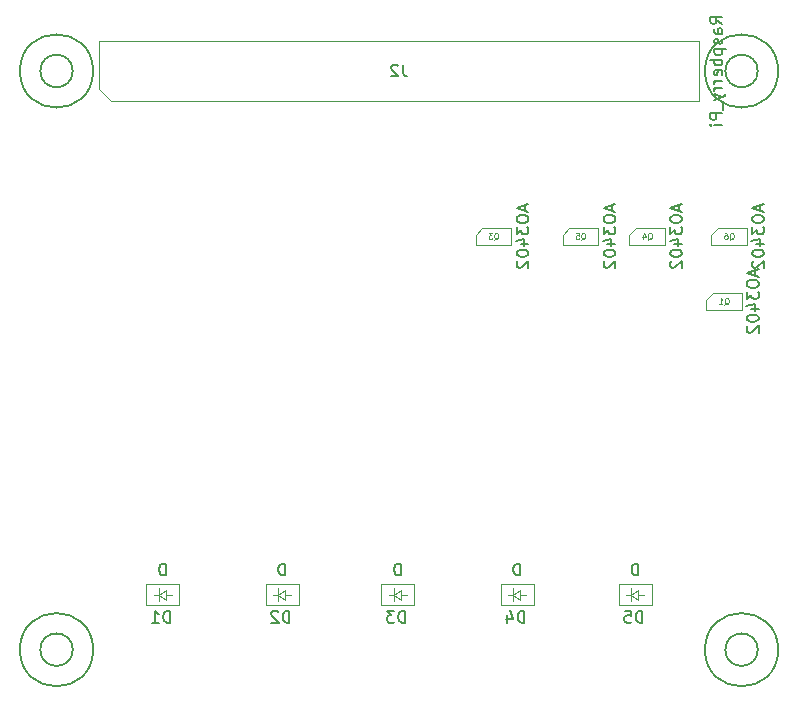
<source format=gbr>
%TF.GenerationSoftware,KiCad,Pcbnew,(5.1.9)-1*%
%TF.CreationDate,2021-03-07T19:12:45-05:00*%
%TF.ProjectId,bigp4ppa,62696770-3470-4706-912e-6b696361645f,rev?*%
%TF.SameCoordinates,Original*%
%TF.FileFunction,Other,Fab,Bot*%
%FSLAX46Y46*%
G04 Gerber Fmt 4.6, Leading zero omitted, Abs format (unit mm)*
G04 Created by KiCad (PCBNEW (5.1.9)-1) date 2021-03-07 19:12:45*
%MOMM*%
%LPD*%
G01*
G04 APERTURE LIST*
%ADD10C,0.100000*%
%ADD11C,0.150000*%
%ADD12C,0.075000*%
G04 APERTURE END LIST*
D10*
%TO.C,Q6*%
X132457000Y-61800000D02*
X132457000Y-63200000D01*
X129417000Y-63200000D02*
X132457000Y-63200000D01*
X129987000Y-61800000D02*
X129417000Y-62350000D01*
X129417000Y-62350000D02*
X129417000Y-63200000D01*
X129987000Y-61800000D02*
X132437000Y-61800000D01*
%TO.C,J2*%
X128400000Y-45960000D02*
X77600000Y-45960000D01*
X128400000Y-51040000D02*
X128400000Y-45960000D01*
X78600000Y-51040000D02*
X128400000Y-51040000D01*
X77600000Y-50040000D02*
X78600000Y-51040000D01*
X77600000Y-45960000D02*
X77600000Y-50040000D01*
%TO.C,D5*%
X121600000Y-93750000D02*
X124400000Y-93750000D01*
X124400000Y-93750000D02*
X124400000Y-91950000D01*
X124400000Y-91950000D02*
X121600000Y-91950000D01*
X121600000Y-91950000D02*
X121600000Y-93750000D01*
X122250000Y-92850000D02*
X122650000Y-92850000D01*
X122650000Y-92850000D02*
X122650000Y-93400000D01*
X122650000Y-92850000D02*
X122650000Y-92300000D01*
X122650000Y-92850000D02*
X123250000Y-93250000D01*
X123250000Y-93250000D02*
X123250000Y-92450000D01*
X123250000Y-92450000D02*
X122650000Y-92850000D01*
X123250000Y-92850000D02*
X123750000Y-92850000D01*
%TO.C,D4*%
X111600000Y-93750000D02*
X114400000Y-93750000D01*
X114400000Y-93750000D02*
X114400000Y-91950000D01*
X114400000Y-91950000D02*
X111600000Y-91950000D01*
X111600000Y-91950000D02*
X111600000Y-93750000D01*
X112250000Y-92850000D02*
X112650000Y-92850000D01*
X112650000Y-92850000D02*
X112650000Y-93400000D01*
X112650000Y-92850000D02*
X112650000Y-92300000D01*
X112650000Y-92850000D02*
X113250000Y-93250000D01*
X113250000Y-93250000D02*
X113250000Y-92450000D01*
X113250000Y-92450000D02*
X112650000Y-92850000D01*
X113250000Y-92850000D02*
X113750000Y-92850000D01*
%TO.C,D3*%
X101500000Y-93750000D02*
X104300000Y-93750000D01*
X104300000Y-93750000D02*
X104300000Y-91950000D01*
X104300000Y-91950000D02*
X101500000Y-91950000D01*
X101500000Y-91950000D02*
X101500000Y-93750000D01*
X102150000Y-92850000D02*
X102550000Y-92850000D01*
X102550000Y-92850000D02*
X102550000Y-93400000D01*
X102550000Y-92850000D02*
X102550000Y-92300000D01*
X102550000Y-92850000D02*
X103150000Y-93250000D01*
X103150000Y-93250000D02*
X103150000Y-92450000D01*
X103150000Y-92450000D02*
X102550000Y-92850000D01*
X103150000Y-92850000D02*
X103650000Y-92850000D01*
%TO.C,D2*%
X91700000Y-93750000D02*
X94500000Y-93750000D01*
X94500000Y-93750000D02*
X94500000Y-91950000D01*
X94500000Y-91950000D02*
X91700000Y-91950000D01*
X91700000Y-91950000D02*
X91700000Y-93750000D01*
X92350000Y-92850000D02*
X92750000Y-92850000D01*
X92750000Y-92850000D02*
X92750000Y-93400000D01*
X92750000Y-92850000D02*
X92750000Y-92300000D01*
X92750000Y-92850000D02*
X93350000Y-93250000D01*
X93350000Y-93250000D02*
X93350000Y-92450000D01*
X93350000Y-92450000D02*
X92750000Y-92850000D01*
X93350000Y-92850000D02*
X93850000Y-92850000D01*
%TO.C,D1*%
X81600000Y-93750000D02*
X84400000Y-93750000D01*
X84400000Y-93750000D02*
X84400000Y-91950000D01*
X84400000Y-91950000D02*
X81600000Y-91950000D01*
X81600000Y-91950000D02*
X81600000Y-93750000D01*
X82250000Y-92850000D02*
X82650000Y-92850000D01*
X82650000Y-92850000D02*
X82650000Y-93400000D01*
X82650000Y-92850000D02*
X82650000Y-92300000D01*
X82650000Y-92850000D02*
X83250000Y-93250000D01*
X83250000Y-93250000D02*
X83250000Y-92450000D01*
X83250000Y-92450000D02*
X82650000Y-92850000D01*
X83250000Y-92850000D02*
X83750000Y-92850000D01*
%TO.C,Q1*%
X129550000Y-67300000D02*
X132000000Y-67300000D01*
X128980000Y-67850000D02*
X128980000Y-68700000D01*
X129550000Y-67300000D02*
X128980000Y-67850000D01*
X128980000Y-68700000D02*
X132020000Y-68700000D01*
X132020000Y-67300000D02*
X132020000Y-68700000D01*
%TO.C,Q5*%
X119884000Y-61800000D02*
X119884000Y-63200000D01*
X116844000Y-63200000D02*
X119884000Y-63200000D01*
X117414000Y-61800000D02*
X116844000Y-62350000D01*
X116844000Y-62350000D02*
X116844000Y-63200000D01*
X117414000Y-61800000D02*
X119864000Y-61800000D01*
%TO.C,Q4*%
X125520000Y-61800000D02*
X125520000Y-63200000D01*
X122480000Y-63200000D02*
X125520000Y-63200000D01*
X123050000Y-61800000D02*
X122480000Y-62350000D01*
X122480000Y-62350000D02*
X122480000Y-63200000D01*
X123050000Y-61800000D02*
X125500000Y-61800000D01*
%TO.C,Q3*%
X112520000Y-61800000D02*
X112520000Y-63200000D01*
X109480000Y-63200000D02*
X112520000Y-63200000D01*
X110050000Y-61800000D02*
X109480000Y-62350000D01*
X109480000Y-62350000D02*
X109480000Y-63200000D01*
X110050000Y-61800000D02*
X112500000Y-61800000D01*
D11*
%TO.C,*%
X133375000Y-48500000D02*
G75*
G03*
X133375000Y-48500000I-1375000J0D01*
G01*
X135100000Y-48500000D02*
G75*
G03*
X135100000Y-48500000I-3100000J0D01*
G01*
X133375000Y-97500000D02*
G75*
G03*
X133375000Y-97500000I-1375000J0D01*
G01*
X135100000Y-97500000D02*
G75*
G03*
X135100000Y-97500000I-3100000J0D01*
G01*
X75375000Y-97500000D02*
G75*
G03*
X75375000Y-97500000I-1375000J0D01*
G01*
X77100000Y-97500000D02*
G75*
G03*
X77100000Y-97500000I-3100000J0D01*
G01*
X75375000Y-48500000D02*
G75*
G03*
X75375000Y-48500000I-1375000J0D01*
G01*
X77100000Y-48500000D02*
G75*
G03*
X77100000Y-48500000I-3100000J0D01*
G01*
%TD*%
%TO.C,Q6*%
X133603666Y-59833333D02*
X133603666Y-60309523D01*
X133889380Y-59738095D02*
X132889380Y-60071428D01*
X133889380Y-60404761D01*
X132889380Y-60928571D02*
X132889380Y-61119047D01*
X132937000Y-61214285D01*
X133032238Y-61309523D01*
X133222714Y-61357142D01*
X133556047Y-61357142D01*
X133746523Y-61309523D01*
X133841761Y-61214285D01*
X133889380Y-61119047D01*
X133889380Y-60928571D01*
X133841761Y-60833333D01*
X133746523Y-60738095D01*
X133556047Y-60690476D01*
X133222714Y-60690476D01*
X133032238Y-60738095D01*
X132937000Y-60833333D01*
X132889380Y-60928571D01*
X132889380Y-61690476D02*
X132889380Y-62309523D01*
X133270333Y-61976190D01*
X133270333Y-62119047D01*
X133317952Y-62214285D01*
X133365571Y-62261904D01*
X133460809Y-62309523D01*
X133698904Y-62309523D01*
X133794142Y-62261904D01*
X133841761Y-62214285D01*
X133889380Y-62119047D01*
X133889380Y-61833333D01*
X133841761Y-61738095D01*
X133794142Y-61690476D01*
X133222714Y-63166666D02*
X133889380Y-63166666D01*
X132841761Y-62928571D02*
X133556047Y-62690476D01*
X133556047Y-63309523D01*
X132889380Y-63880952D02*
X132889380Y-63976190D01*
X132937000Y-64071428D01*
X132984619Y-64119047D01*
X133079857Y-64166666D01*
X133270333Y-64214285D01*
X133508428Y-64214285D01*
X133698904Y-64166666D01*
X133794142Y-64119047D01*
X133841761Y-64071428D01*
X133889380Y-63976190D01*
X133889380Y-63880952D01*
X133841761Y-63785714D01*
X133794142Y-63738095D01*
X133698904Y-63690476D01*
X133508428Y-63642857D01*
X133270333Y-63642857D01*
X133079857Y-63690476D01*
X132984619Y-63738095D01*
X132937000Y-63785714D01*
X132889380Y-63880952D01*
X132984619Y-64595238D02*
X132937000Y-64642857D01*
X132889380Y-64738095D01*
X132889380Y-64976190D01*
X132937000Y-65071428D01*
X132984619Y-65119047D01*
X133079857Y-65166666D01*
X133175095Y-65166666D01*
X133317952Y-65119047D01*
X133889380Y-64547619D01*
X133889380Y-65166666D01*
D12*
X130984619Y-62773809D02*
X131032238Y-62750000D01*
X131079857Y-62702380D01*
X131151285Y-62630952D01*
X131198904Y-62607142D01*
X131246523Y-62607142D01*
X131222714Y-62726190D02*
X131270333Y-62702380D01*
X131317952Y-62654761D01*
X131341761Y-62559523D01*
X131341761Y-62392857D01*
X131317952Y-62297619D01*
X131270333Y-62250000D01*
X131222714Y-62226190D01*
X131127476Y-62226190D01*
X131079857Y-62250000D01*
X131032238Y-62297619D01*
X131008428Y-62392857D01*
X131008428Y-62559523D01*
X131032238Y-62654761D01*
X131079857Y-62702380D01*
X131127476Y-62726190D01*
X131222714Y-62726190D01*
X130579857Y-62226190D02*
X130675095Y-62226190D01*
X130722714Y-62250000D01*
X130746523Y-62273809D01*
X130794142Y-62345238D01*
X130817952Y-62440476D01*
X130817952Y-62630952D01*
X130794142Y-62678571D01*
X130770333Y-62702380D01*
X130722714Y-62726190D01*
X130627476Y-62726190D01*
X130579857Y-62702380D01*
X130556047Y-62678571D01*
X130532238Y-62630952D01*
X130532238Y-62511904D01*
X130556047Y-62464285D01*
X130579857Y-62440476D01*
X130627476Y-62416666D01*
X130722714Y-62416666D01*
X130770333Y-62440476D01*
X130794142Y-62464285D01*
X130817952Y-62511904D01*
%TO.C,J2*%
D11*
X130352380Y-44500000D02*
X129876190Y-44166666D01*
X130352380Y-43928571D02*
X129352380Y-43928571D01*
X129352380Y-44309523D01*
X129400000Y-44404761D01*
X129447619Y-44452380D01*
X129542857Y-44500000D01*
X129685714Y-44500000D01*
X129780952Y-44452380D01*
X129828571Y-44404761D01*
X129876190Y-44309523D01*
X129876190Y-43928571D01*
X130352380Y-45357142D02*
X129828571Y-45357142D01*
X129733333Y-45309523D01*
X129685714Y-45214285D01*
X129685714Y-45023809D01*
X129733333Y-44928571D01*
X130304761Y-45357142D02*
X130352380Y-45261904D01*
X130352380Y-45023809D01*
X130304761Y-44928571D01*
X130209523Y-44880952D01*
X130114285Y-44880952D01*
X130019047Y-44928571D01*
X129971428Y-45023809D01*
X129971428Y-45261904D01*
X129923809Y-45357142D01*
X130304761Y-45785714D02*
X130352380Y-45880952D01*
X130352380Y-46071428D01*
X130304761Y-46166666D01*
X130209523Y-46214285D01*
X130161904Y-46214285D01*
X130066666Y-46166666D01*
X130019047Y-46071428D01*
X130019047Y-45928571D01*
X129971428Y-45833333D01*
X129876190Y-45785714D01*
X129828571Y-45785714D01*
X129733333Y-45833333D01*
X129685714Y-45928571D01*
X129685714Y-46071428D01*
X129733333Y-46166666D01*
X129685714Y-46642857D02*
X130685714Y-46642857D01*
X129733333Y-46642857D02*
X129685714Y-46738095D01*
X129685714Y-46928571D01*
X129733333Y-47023809D01*
X129780952Y-47071428D01*
X129876190Y-47119047D01*
X130161904Y-47119047D01*
X130257142Y-47071428D01*
X130304761Y-47023809D01*
X130352380Y-46928571D01*
X130352380Y-46738095D01*
X130304761Y-46642857D01*
X130352380Y-47547619D02*
X129352380Y-47547619D01*
X129733333Y-47547619D02*
X129685714Y-47642857D01*
X129685714Y-47833333D01*
X129733333Y-47928571D01*
X129780952Y-47976190D01*
X129876190Y-48023809D01*
X130161904Y-48023809D01*
X130257142Y-47976190D01*
X130304761Y-47928571D01*
X130352380Y-47833333D01*
X130352380Y-47642857D01*
X130304761Y-47547619D01*
X130304761Y-48833333D02*
X130352380Y-48738095D01*
X130352380Y-48547619D01*
X130304761Y-48452380D01*
X130209523Y-48404761D01*
X129828571Y-48404761D01*
X129733333Y-48452380D01*
X129685714Y-48547619D01*
X129685714Y-48738095D01*
X129733333Y-48833333D01*
X129828571Y-48880952D01*
X129923809Y-48880952D01*
X130019047Y-48404761D01*
X130352380Y-49309523D02*
X129685714Y-49309523D01*
X129876190Y-49309523D02*
X129780952Y-49357142D01*
X129733333Y-49404761D01*
X129685714Y-49500000D01*
X129685714Y-49595238D01*
X130352380Y-49928571D02*
X129685714Y-49928571D01*
X129876190Y-49928571D02*
X129780952Y-49976190D01*
X129733333Y-50023809D01*
X129685714Y-50119047D01*
X129685714Y-50214285D01*
X129685714Y-50452380D02*
X130352380Y-50690476D01*
X129685714Y-50928571D02*
X130352380Y-50690476D01*
X130590476Y-50595238D01*
X130638095Y-50547619D01*
X130685714Y-50452380D01*
X130447619Y-51071428D02*
X130447619Y-51833333D01*
X130352380Y-52071428D02*
X129352380Y-52071428D01*
X129352380Y-52452380D01*
X129400000Y-52547619D01*
X129447619Y-52595238D01*
X129542857Y-52642857D01*
X129685714Y-52642857D01*
X129780952Y-52595238D01*
X129828571Y-52547619D01*
X129876190Y-52452380D01*
X129876190Y-52071428D01*
X130352380Y-53071428D02*
X129685714Y-53071428D01*
X129352380Y-53071428D02*
X129400000Y-53023809D01*
X129447619Y-53071428D01*
X129400000Y-53119047D01*
X129352380Y-53071428D01*
X129447619Y-53071428D01*
X103333333Y-47952380D02*
X103333333Y-48666666D01*
X103380952Y-48809523D01*
X103476190Y-48904761D01*
X103619047Y-48952380D01*
X103714285Y-48952380D01*
X102904761Y-48047619D02*
X102857142Y-48000000D01*
X102761904Y-47952380D01*
X102523809Y-47952380D01*
X102428571Y-48000000D01*
X102380952Y-48047619D01*
X102333333Y-48142857D01*
X102333333Y-48238095D01*
X102380952Y-48380952D01*
X102952380Y-48952380D01*
X102333333Y-48952380D01*
%TO.C,D5*%
X123261904Y-91202380D02*
X123261904Y-90202380D01*
X123023809Y-90202380D01*
X122880952Y-90250000D01*
X122785714Y-90345238D01*
X122738095Y-90440476D01*
X122690476Y-90630952D01*
X122690476Y-90773809D01*
X122738095Y-90964285D01*
X122785714Y-91059523D01*
X122880952Y-91154761D01*
X123023809Y-91202380D01*
X123261904Y-91202380D01*
X123611095Y-95207380D02*
X123611095Y-94207380D01*
X123373000Y-94207380D01*
X123230142Y-94255000D01*
X123134904Y-94350238D01*
X123087285Y-94445476D01*
X123039666Y-94635952D01*
X123039666Y-94778809D01*
X123087285Y-94969285D01*
X123134904Y-95064523D01*
X123230142Y-95159761D01*
X123373000Y-95207380D01*
X123611095Y-95207380D01*
X122134904Y-94207380D02*
X122611095Y-94207380D01*
X122658714Y-94683571D01*
X122611095Y-94635952D01*
X122515857Y-94588333D01*
X122277761Y-94588333D01*
X122182523Y-94635952D01*
X122134904Y-94683571D01*
X122087285Y-94778809D01*
X122087285Y-95016904D01*
X122134904Y-95112142D01*
X122182523Y-95159761D01*
X122277761Y-95207380D01*
X122515857Y-95207380D01*
X122611095Y-95159761D01*
X122658714Y-95112142D01*
%TO.C,D4*%
X113261904Y-91202380D02*
X113261904Y-90202380D01*
X113023809Y-90202380D01*
X112880952Y-90250000D01*
X112785714Y-90345238D01*
X112738095Y-90440476D01*
X112690476Y-90630952D01*
X112690476Y-90773809D01*
X112738095Y-90964285D01*
X112785714Y-91059523D01*
X112880952Y-91154761D01*
X113023809Y-91202380D01*
X113261904Y-91202380D01*
X113611095Y-95207380D02*
X113611095Y-94207380D01*
X113373000Y-94207380D01*
X113230142Y-94255000D01*
X113134904Y-94350238D01*
X113087285Y-94445476D01*
X113039666Y-94635952D01*
X113039666Y-94778809D01*
X113087285Y-94969285D01*
X113134904Y-95064523D01*
X113230142Y-95159761D01*
X113373000Y-95207380D01*
X113611095Y-95207380D01*
X112182523Y-94540714D02*
X112182523Y-95207380D01*
X112420619Y-94159761D02*
X112658714Y-94874047D01*
X112039666Y-94874047D01*
%TO.C,D3*%
X103161904Y-91202380D02*
X103161904Y-90202380D01*
X102923809Y-90202380D01*
X102780952Y-90250000D01*
X102685714Y-90345238D01*
X102638095Y-90440476D01*
X102590476Y-90630952D01*
X102590476Y-90773809D01*
X102638095Y-90964285D01*
X102685714Y-91059523D01*
X102780952Y-91154761D01*
X102923809Y-91202380D01*
X103161904Y-91202380D01*
X103511095Y-95207380D02*
X103511095Y-94207380D01*
X103273000Y-94207380D01*
X103130142Y-94255000D01*
X103034904Y-94350238D01*
X102987285Y-94445476D01*
X102939666Y-94635952D01*
X102939666Y-94778809D01*
X102987285Y-94969285D01*
X103034904Y-95064523D01*
X103130142Y-95159761D01*
X103273000Y-95207380D01*
X103511095Y-95207380D01*
X102606333Y-94207380D02*
X101987285Y-94207380D01*
X102320619Y-94588333D01*
X102177761Y-94588333D01*
X102082523Y-94635952D01*
X102034904Y-94683571D01*
X101987285Y-94778809D01*
X101987285Y-95016904D01*
X102034904Y-95112142D01*
X102082523Y-95159761D01*
X102177761Y-95207380D01*
X102463476Y-95207380D01*
X102558714Y-95159761D01*
X102606333Y-95112142D01*
%TO.C,D2*%
X93361904Y-91202380D02*
X93361904Y-90202380D01*
X93123809Y-90202380D01*
X92980952Y-90250000D01*
X92885714Y-90345238D01*
X92838095Y-90440476D01*
X92790476Y-90630952D01*
X92790476Y-90773809D01*
X92838095Y-90964285D01*
X92885714Y-91059523D01*
X92980952Y-91154761D01*
X93123809Y-91202380D01*
X93361904Y-91202380D01*
X93711095Y-95207380D02*
X93711095Y-94207380D01*
X93473000Y-94207380D01*
X93330142Y-94255000D01*
X93234904Y-94350238D01*
X93187285Y-94445476D01*
X93139666Y-94635952D01*
X93139666Y-94778809D01*
X93187285Y-94969285D01*
X93234904Y-95064523D01*
X93330142Y-95159761D01*
X93473000Y-95207380D01*
X93711095Y-95207380D01*
X92758714Y-94302619D02*
X92711095Y-94255000D01*
X92615857Y-94207380D01*
X92377761Y-94207380D01*
X92282523Y-94255000D01*
X92234904Y-94302619D01*
X92187285Y-94397857D01*
X92187285Y-94493095D01*
X92234904Y-94635952D01*
X92806333Y-95207380D01*
X92187285Y-95207380D01*
%TO.C,D1*%
X83261904Y-91202380D02*
X83261904Y-90202380D01*
X83023809Y-90202380D01*
X82880952Y-90250000D01*
X82785714Y-90345238D01*
X82738095Y-90440476D01*
X82690476Y-90630952D01*
X82690476Y-90773809D01*
X82738095Y-90964285D01*
X82785714Y-91059523D01*
X82880952Y-91154761D01*
X83023809Y-91202380D01*
X83261904Y-91202380D01*
X83611095Y-95207380D02*
X83611095Y-94207380D01*
X83373000Y-94207380D01*
X83230142Y-94255000D01*
X83134904Y-94350238D01*
X83087285Y-94445476D01*
X83039666Y-94635952D01*
X83039666Y-94778809D01*
X83087285Y-94969285D01*
X83134904Y-95064523D01*
X83230142Y-95159761D01*
X83373000Y-95207380D01*
X83611095Y-95207380D01*
X82087285Y-95207380D02*
X82658714Y-95207380D01*
X82373000Y-95207380D02*
X82373000Y-94207380D01*
X82468238Y-94350238D01*
X82563476Y-94445476D01*
X82658714Y-94493095D01*
%TO.C,Q1*%
X133166666Y-65333333D02*
X133166666Y-65809523D01*
X133452380Y-65238095D02*
X132452380Y-65571428D01*
X133452380Y-65904761D01*
X132452380Y-66428571D02*
X132452380Y-66619047D01*
X132500000Y-66714285D01*
X132595238Y-66809523D01*
X132785714Y-66857142D01*
X133119047Y-66857142D01*
X133309523Y-66809523D01*
X133404761Y-66714285D01*
X133452380Y-66619047D01*
X133452380Y-66428571D01*
X133404761Y-66333333D01*
X133309523Y-66238095D01*
X133119047Y-66190476D01*
X132785714Y-66190476D01*
X132595238Y-66238095D01*
X132500000Y-66333333D01*
X132452380Y-66428571D01*
X132452380Y-67190476D02*
X132452380Y-67809523D01*
X132833333Y-67476190D01*
X132833333Y-67619047D01*
X132880952Y-67714285D01*
X132928571Y-67761904D01*
X133023809Y-67809523D01*
X133261904Y-67809523D01*
X133357142Y-67761904D01*
X133404761Y-67714285D01*
X133452380Y-67619047D01*
X133452380Y-67333333D01*
X133404761Y-67238095D01*
X133357142Y-67190476D01*
X132785714Y-68666666D02*
X133452380Y-68666666D01*
X132404761Y-68428571D02*
X133119047Y-68190476D01*
X133119047Y-68809523D01*
X132452380Y-69380952D02*
X132452380Y-69476190D01*
X132500000Y-69571428D01*
X132547619Y-69619047D01*
X132642857Y-69666666D01*
X132833333Y-69714285D01*
X133071428Y-69714285D01*
X133261904Y-69666666D01*
X133357142Y-69619047D01*
X133404761Y-69571428D01*
X133452380Y-69476190D01*
X133452380Y-69380952D01*
X133404761Y-69285714D01*
X133357142Y-69238095D01*
X133261904Y-69190476D01*
X133071428Y-69142857D01*
X132833333Y-69142857D01*
X132642857Y-69190476D01*
X132547619Y-69238095D01*
X132500000Y-69285714D01*
X132452380Y-69380952D01*
X132547619Y-70095238D02*
X132500000Y-70142857D01*
X132452380Y-70238095D01*
X132452380Y-70476190D01*
X132500000Y-70571428D01*
X132547619Y-70619047D01*
X132642857Y-70666666D01*
X132738095Y-70666666D01*
X132880952Y-70619047D01*
X133452380Y-70047619D01*
X133452380Y-70666666D01*
D12*
X130547619Y-68273809D02*
X130595238Y-68250000D01*
X130642857Y-68202380D01*
X130714285Y-68130952D01*
X130761904Y-68107142D01*
X130809523Y-68107142D01*
X130785714Y-68226190D02*
X130833333Y-68202380D01*
X130880952Y-68154761D01*
X130904761Y-68059523D01*
X130904761Y-67892857D01*
X130880952Y-67797619D01*
X130833333Y-67750000D01*
X130785714Y-67726190D01*
X130690476Y-67726190D01*
X130642857Y-67750000D01*
X130595238Y-67797619D01*
X130571428Y-67892857D01*
X130571428Y-68059523D01*
X130595238Y-68154761D01*
X130642857Y-68202380D01*
X130690476Y-68226190D01*
X130785714Y-68226190D01*
X130095238Y-68226190D02*
X130380952Y-68226190D01*
X130238095Y-68226190D02*
X130238095Y-67726190D01*
X130285714Y-67797619D01*
X130333333Y-67845238D01*
X130380952Y-67869047D01*
%TO.C,Q5*%
D11*
X121030666Y-59833333D02*
X121030666Y-60309523D01*
X121316380Y-59738095D02*
X120316380Y-60071428D01*
X121316380Y-60404761D01*
X120316380Y-60928571D02*
X120316380Y-61119047D01*
X120364000Y-61214285D01*
X120459238Y-61309523D01*
X120649714Y-61357142D01*
X120983047Y-61357142D01*
X121173523Y-61309523D01*
X121268761Y-61214285D01*
X121316380Y-61119047D01*
X121316380Y-60928571D01*
X121268761Y-60833333D01*
X121173523Y-60738095D01*
X120983047Y-60690476D01*
X120649714Y-60690476D01*
X120459238Y-60738095D01*
X120364000Y-60833333D01*
X120316380Y-60928571D01*
X120316380Y-61690476D02*
X120316380Y-62309523D01*
X120697333Y-61976190D01*
X120697333Y-62119047D01*
X120744952Y-62214285D01*
X120792571Y-62261904D01*
X120887809Y-62309523D01*
X121125904Y-62309523D01*
X121221142Y-62261904D01*
X121268761Y-62214285D01*
X121316380Y-62119047D01*
X121316380Y-61833333D01*
X121268761Y-61738095D01*
X121221142Y-61690476D01*
X120649714Y-63166666D02*
X121316380Y-63166666D01*
X120268761Y-62928571D02*
X120983047Y-62690476D01*
X120983047Y-63309523D01*
X120316380Y-63880952D02*
X120316380Y-63976190D01*
X120364000Y-64071428D01*
X120411619Y-64119047D01*
X120506857Y-64166666D01*
X120697333Y-64214285D01*
X120935428Y-64214285D01*
X121125904Y-64166666D01*
X121221142Y-64119047D01*
X121268761Y-64071428D01*
X121316380Y-63976190D01*
X121316380Y-63880952D01*
X121268761Y-63785714D01*
X121221142Y-63738095D01*
X121125904Y-63690476D01*
X120935428Y-63642857D01*
X120697333Y-63642857D01*
X120506857Y-63690476D01*
X120411619Y-63738095D01*
X120364000Y-63785714D01*
X120316380Y-63880952D01*
X120411619Y-64595238D02*
X120364000Y-64642857D01*
X120316380Y-64738095D01*
X120316380Y-64976190D01*
X120364000Y-65071428D01*
X120411619Y-65119047D01*
X120506857Y-65166666D01*
X120602095Y-65166666D01*
X120744952Y-65119047D01*
X121316380Y-64547619D01*
X121316380Y-65166666D01*
D12*
X118411619Y-62773809D02*
X118459238Y-62750000D01*
X118506857Y-62702380D01*
X118578285Y-62630952D01*
X118625904Y-62607142D01*
X118673523Y-62607142D01*
X118649714Y-62726190D02*
X118697333Y-62702380D01*
X118744952Y-62654761D01*
X118768761Y-62559523D01*
X118768761Y-62392857D01*
X118744952Y-62297619D01*
X118697333Y-62250000D01*
X118649714Y-62226190D01*
X118554476Y-62226190D01*
X118506857Y-62250000D01*
X118459238Y-62297619D01*
X118435428Y-62392857D01*
X118435428Y-62559523D01*
X118459238Y-62654761D01*
X118506857Y-62702380D01*
X118554476Y-62726190D01*
X118649714Y-62726190D01*
X117983047Y-62226190D02*
X118221142Y-62226190D01*
X118244952Y-62464285D01*
X118221142Y-62440476D01*
X118173523Y-62416666D01*
X118054476Y-62416666D01*
X118006857Y-62440476D01*
X117983047Y-62464285D01*
X117959238Y-62511904D01*
X117959238Y-62630952D01*
X117983047Y-62678571D01*
X118006857Y-62702380D01*
X118054476Y-62726190D01*
X118173523Y-62726190D01*
X118221142Y-62702380D01*
X118244952Y-62678571D01*
%TO.C,Q4*%
D11*
X126666666Y-59833333D02*
X126666666Y-60309523D01*
X126952380Y-59738095D02*
X125952380Y-60071428D01*
X126952380Y-60404761D01*
X125952380Y-60928571D02*
X125952380Y-61119047D01*
X126000000Y-61214285D01*
X126095238Y-61309523D01*
X126285714Y-61357142D01*
X126619047Y-61357142D01*
X126809523Y-61309523D01*
X126904761Y-61214285D01*
X126952380Y-61119047D01*
X126952380Y-60928571D01*
X126904761Y-60833333D01*
X126809523Y-60738095D01*
X126619047Y-60690476D01*
X126285714Y-60690476D01*
X126095238Y-60738095D01*
X126000000Y-60833333D01*
X125952380Y-60928571D01*
X125952380Y-61690476D02*
X125952380Y-62309523D01*
X126333333Y-61976190D01*
X126333333Y-62119047D01*
X126380952Y-62214285D01*
X126428571Y-62261904D01*
X126523809Y-62309523D01*
X126761904Y-62309523D01*
X126857142Y-62261904D01*
X126904761Y-62214285D01*
X126952380Y-62119047D01*
X126952380Y-61833333D01*
X126904761Y-61738095D01*
X126857142Y-61690476D01*
X126285714Y-63166666D02*
X126952380Y-63166666D01*
X125904761Y-62928571D02*
X126619047Y-62690476D01*
X126619047Y-63309523D01*
X125952380Y-63880952D02*
X125952380Y-63976190D01*
X126000000Y-64071428D01*
X126047619Y-64119047D01*
X126142857Y-64166666D01*
X126333333Y-64214285D01*
X126571428Y-64214285D01*
X126761904Y-64166666D01*
X126857142Y-64119047D01*
X126904761Y-64071428D01*
X126952380Y-63976190D01*
X126952380Y-63880952D01*
X126904761Y-63785714D01*
X126857142Y-63738095D01*
X126761904Y-63690476D01*
X126571428Y-63642857D01*
X126333333Y-63642857D01*
X126142857Y-63690476D01*
X126047619Y-63738095D01*
X126000000Y-63785714D01*
X125952380Y-63880952D01*
X126047619Y-64595238D02*
X126000000Y-64642857D01*
X125952380Y-64738095D01*
X125952380Y-64976190D01*
X126000000Y-65071428D01*
X126047619Y-65119047D01*
X126142857Y-65166666D01*
X126238095Y-65166666D01*
X126380952Y-65119047D01*
X126952380Y-64547619D01*
X126952380Y-65166666D01*
D12*
X124047619Y-62773809D02*
X124095238Y-62750000D01*
X124142857Y-62702380D01*
X124214285Y-62630952D01*
X124261904Y-62607142D01*
X124309523Y-62607142D01*
X124285714Y-62726190D02*
X124333333Y-62702380D01*
X124380952Y-62654761D01*
X124404761Y-62559523D01*
X124404761Y-62392857D01*
X124380952Y-62297619D01*
X124333333Y-62250000D01*
X124285714Y-62226190D01*
X124190476Y-62226190D01*
X124142857Y-62250000D01*
X124095238Y-62297619D01*
X124071428Y-62392857D01*
X124071428Y-62559523D01*
X124095238Y-62654761D01*
X124142857Y-62702380D01*
X124190476Y-62726190D01*
X124285714Y-62726190D01*
X123642857Y-62392857D02*
X123642857Y-62726190D01*
X123761904Y-62202380D02*
X123880952Y-62559523D01*
X123571428Y-62559523D01*
%TO.C,Q3*%
D11*
X113666666Y-59833333D02*
X113666666Y-60309523D01*
X113952380Y-59738095D02*
X112952380Y-60071428D01*
X113952380Y-60404761D01*
X112952380Y-60928571D02*
X112952380Y-61119047D01*
X113000000Y-61214285D01*
X113095238Y-61309523D01*
X113285714Y-61357142D01*
X113619047Y-61357142D01*
X113809523Y-61309523D01*
X113904761Y-61214285D01*
X113952380Y-61119047D01*
X113952380Y-60928571D01*
X113904761Y-60833333D01*
X113809523Y-60738095D01*
X113619047Y-60690476D01*
X113285714Y-60690476D01*
X113095238Y-60738095D01*
X113000000Y-60833333D01*
X112952380Y-60928571D01*
X112952380Y-61690476D02*
X112952380Y-62309523D01*
X113333333Y-61976190D01*
X113333333Y-62119047D01*
X113380952Y-62214285D01*
X113428571Y-62261904D01*
X113523809Y-62309523D01*
X113761904Y-62309523D01*
X113857142Y-62261904D01*
X113904761Y-62214285D01*
X113952380Y-62119047D01*
X113952380Y-61833333D01*
X113904761Y-61738095D01*
X113857142Y-61690476D01*
X113285714Y-63166666D02*
X113952380Y-63166666D01*
X112904761Y-62928571D02*
X113619047Y-62690476D01*
X113619047Y-63309523D01*
X112952380Y-63880952D02*
X112952380Y-63976190D01*
X113000000Y-64071428D01*
X113047619Y-64119047D01*
X113142857Y-64166666D01*
X113333333Y-64214285D01*
X113571428Y-64214285D01*
X113761904Y-64166666D01*
X113857142Y-64119047D01*
X113904761Y-64071428D01*
X113952380Y-63976190D01*
X113952380Y-63880952D01*
X113904761Y-63785714D01*
X113857142Y-63738095D01*
X113761904Y-63690476D01*
X113571428Y-63642857D01*
X113333333Y-63642857D01*
X113142857Y-63690476D01*
X113047619Y-63738095D01*
X113000000Y-63785714D01*
X112952380Y-63880952D01*
X113047619Y-64595238D02*
X113000000Y-64642857D01*
X112952380Y-64738095D01*
X112952380Y-64976190D01*
X113000000Y-65071428D01*
X113047619Y-65119047D01*
X113142857Y-65166666D01*
X113238095Y-65166666D01*
X113380952Y-65119047D01*
X113952380Y-64547619D01*
X113952380Y-65166666D01*
D12*
X111047619Y-62773809D02*
X111095238Y-62750000D01*
X111142857Y-62702380D01*
X111214285Y-62630952D01*
X111261904Y-62607142D01*
X111309523Y-62607142D01*
X111285714Y-62726190D02*
X111333333Y-62702380D01*
X111380952Y-62654761D01*
X111404761Y-62559523D01*
X111404761Y-62392857D01*
X111380952Y-62297619D01*
X111333333Y-62250000D01*
X111285714Y-62226190D01*
X111190476Y-62226190D01*
X111142857Y-62250000D01*
X111095238Y-62297619D01*
X111071428Y-62392857D01*
X111071428Y-62559523D01*
X111095238Y-62654761D01*
X111142857Y-62702380D01*
X111190476Y-62726190D01*
X111285714Y-62726190D01*
X110904761Y-62226190D02*
X110595238Y-62226190D01*
X110761904Y-62416666D01*
X110690476Y-62416666D01*
X110642857Y-62440476D01*
X110619047Y-62464285D01*
X110595238Y-62511904D01*
X110595238Y-62630952D01*
X110619047Y-62678571D01*
X110642857Y-62702380D01*
X110690476Y-62726190D01*
X110833333Y-62726190D01*
X110880952Y-62702380D01*
X110904761Y-62678571D01*
%TD*%
M02*

</source>
